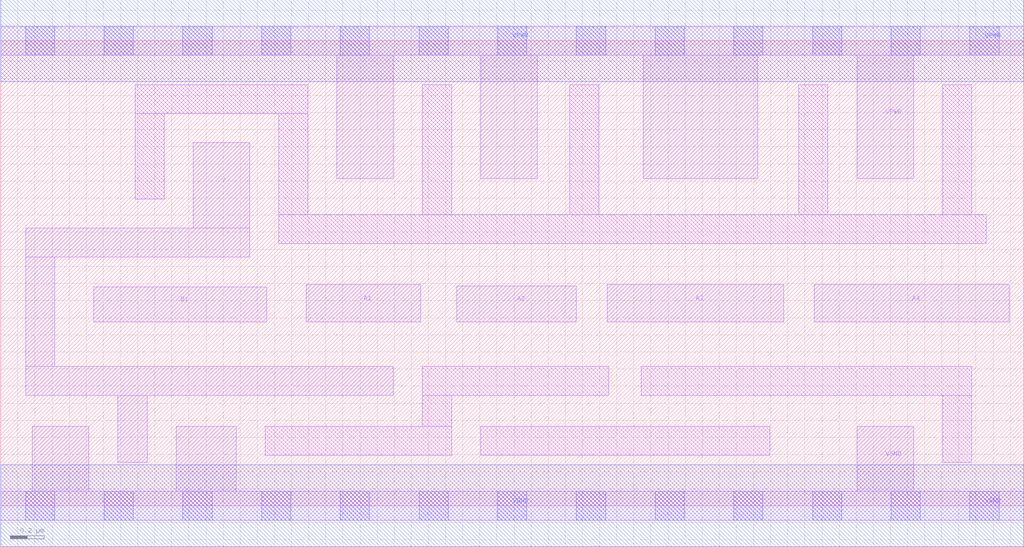
<source format=lef>
# Copyright 2020 The SkyWater PDK Authors
#
# Licensed under the Apache License, Version 2.0 (the "License");
# you may not use this file except in compliance with the License.
# You may obtain a copy of the License at
#
#     https://www.apache.org/licenses/LICENSE-2.0
#
# Unless required by applicable law or agreed to in writing, software
# distributed under the License is distributed on an "AS IS" BASIS,
# WITHOUT WARRANTIES OR CONDITIONS OF ANY KIND, either express or implied.
# See the License for the specific language governing permissions and
# limitations under the License.
#
# SPDX-License-Identifier: Apache-2.0

VERSION 5.7 ;
  NAMESCASESENSITIVE ON ;
  NOWIREEXTENSIONATPIN ON ;
  DIVIDERCHAR "/" ;
  BUSBITCHARS "[]" ;
UNITS
  DATABASE MICRONS 200 ;
END UNITS
MACRO sky130_fd_sc_hd__a41oi_2
  CLASS CORE ;
  SOURCE USER ;
  FOREIGN sky130_fd_sc_hd__a41oi_2 ;
  ORIGIN  0.000000  0.000000 ;
  SIZE  5.980000 BY  2.720000 ;
  SYMMETRY X Y R90 ;
  SITE unithd ;
  PIN A1
    ANTENNAGATEAREA  0.495000 ;
    DIRECTION INPUT ;
    USE SIGNAL ;
    PORT
      LAYER li1 ;
        RECT 1.785000 1.075000 2.455000 1.295000 ;
    END
  END A1
  PIN A2
    ANTENNAGATEAREA  0.495000 ;
    DIRECTION INPUT ;
    USE SIGNAL ;
    PORT
      LAYER li1 ;
        RECT 2.665000 1.075000 3.365000 1.285000 ;
    END
  END A2
  PIN A3
    ANTENNAGATEAREA  0.495000 ;
    DIRECTION INPUT ;
    USE SIGNAL ;
    PORT
      LAYER li1 ;
        RECT 3.545000 1.075000 4.575000 1.295000 ;
    END
  END A3
  PIN A4
    ANTENNAGATEAREA  0.495000 ;
    DIRECTION INPUT ;
    USE SIGNAL ;
    PORT
      LAYER li1 ;
        RECT 4.755000 1.075000 5.895000 1.295000 ;
    END
  END A4
  PIN B1
    ANTENNAGATEAREA  0.495000 ;
    DIRECTION INPUT ;
    USE SIGNAL ;
    PORT
      LAYER li1 ;
        RECT 0.545000 1.075000 1.555000 1.280000 ;
    END
  END B1
  PIN Y
    ANTENNADIFFAREA  0.621000 ;
    DIRECTION OUTPUT ;
    USE SIGNAL ;
    PORT
      LAYER li1 ;
        RECT 0.145000 0.645000 2.295000 0.815000 ;
        RECT 0.145000 0.815000 0.315000 1.455000 ;
        RECT 0.145000 1.455000 1.455000 1.625000 ;
        RECT 0.685000 0.255000 0.855000 0.645000 ;
        RECT 1.125000 1.625000 1.455000 2.125000 ;
    END
  END Y
  PIN VGND
    DIRECTION INOUT ;
    SHAPE ABUTMENT ;
    USE GROUND ;
    PORT
      LAYER li1 ;
        RECT 0.000000 -0.085000 5.980000 0.085000 ;
        RECT 0.185000  0.085000 0.515000 0.465000 ;
        RECT 1.025000  0.085000 1.375000 0.465000 ;
        RECT 5.005000  0.085000 5.335000 0.465000 ;
      LAYER mcon ;
        RECT 0.145000 -0.085000 0.315000 0.085000 ;
        RECT 0.605000 -0.085000 0.775000 0.085000 ;
        RECT 1.065000 -0.085000 1.235000 0.085000 ;
        RECT 1.525000 -0.085000 1.695000 0.085000 ;
        RECT 1.985000 -0.085000 2.155000 0.085000 ;
        RECT 2.445000 -0.085000 2.615000 0.085000 ;
        RECT 2.905000 -0.085000 3.075000 0.085000 ;
        RECT 3.365000 -0.085000 3.535000 0.085000 ;
        RECT 3.825000 -0.085000 3.995000 0.085000 ;
        RECT 4.285000 -0.085000 4.455000 0.085000 ;
        RECT 4.745000 -0.085000 4.915000 0.085000 ;
        RECT 5.205000 -0.085000 5.375000 0.085000 ;
        RECT 5.665000 -0.085000 5.835000 0.085000 ;
      LAYER met1 ;
        RECT 0.000000 -0.240000 5.980000 0.240000 ;
    END
  END VGND
  PIN VPWR
    DIRECTION INOUT ;
    SHAPE ABUTMENT ;
    USE POWER ;
    PORT
      LAYER li1 ;
        RECT 0.000000 2.635000 5.980000 2.805000 ;
        RECT 1.965000 1.915000 2.295000 2.635000 ;
        RECT 2.805000 1.915000 3.135000 2.635000 ;
        RECT 3.755000 1.915000 4.425000 2.635000 ;
        RECT 5.005000 1.915000 5.335000 2.635000 ;
      LAYER mcon ;
        RECT 0.145000 2.635000 0.315000 2.805000 ;
        RECT 0.605000 2.635000 0.775000 2.805000 ;
        RECT 1.065000 2.635000 1.235000 2.805000 ;
        RECT 1.525000 2.635000 1.695000 2.805000 ;
        RECT 1.985000 2.635000 2.155000 2.805000 ;
        RECT 2.445000 2.635000 2.615000 2.805000 ;
        RECT 2.905000 2.635000 3.075000 2.805000 ;
        RECT 3.365000 2.635000 3.535000 2.805000 ;
        RECT 3.825000 2.635000 3.995000 2.805000 ;
        RECT 4.285000 2.635000 4.455000 2.805000 ;
        RECT 4.745000 2.635000 4.915000 2.805000 ;
        RECT 5.205000 2.635000 5.375000 2.805000 ;
        RECT 5.665000 2.635000 5.835000 2.805000 ;
      LAYER met1 ;
        RECT 0.000000 2.480000 5.980000 2.960000 ;
    END
  END VPWR
  OBS
    LAYER li1 ;
      RECT 0.785000 1.795000 0.955000 2.295000 ;
      RECT 0.785000 2.295000 1.795000 2.465000 ;
      RECT 1.545000 0.295000 2.635000 0.465000 ;
      RECT 1.625000 1.535000 5.760000 1.705000 ;
      RECT 1.625000 1.705000 1.795000 2.295000 ;
      RECT 2.465000 0.465000 2.635000 0.645000 ;
      RECT 2.465000 0.645000 3.555000 0.815000 ;
      RECT 2.465000 1.705000 2.635000 2.465000 ;
      RECT 2.805000 0.295000 4.495000 0.465000 ;
      RECT 3.325000 1.705000 3.495000 2.465000 ;
      RECT 3.745000 0.645000 5.675000 0.815000 ;
      RECT 4.665000 1.705000 4.835000 2.465000 ;
      RECT 5.505000 0.255000 5.675000 0.645000 ;
      RECT 5.505000 1.705000 5.675000 2.465000 ;
  END
END sky130_fd_sc_hd__a41oi_2

</source>
